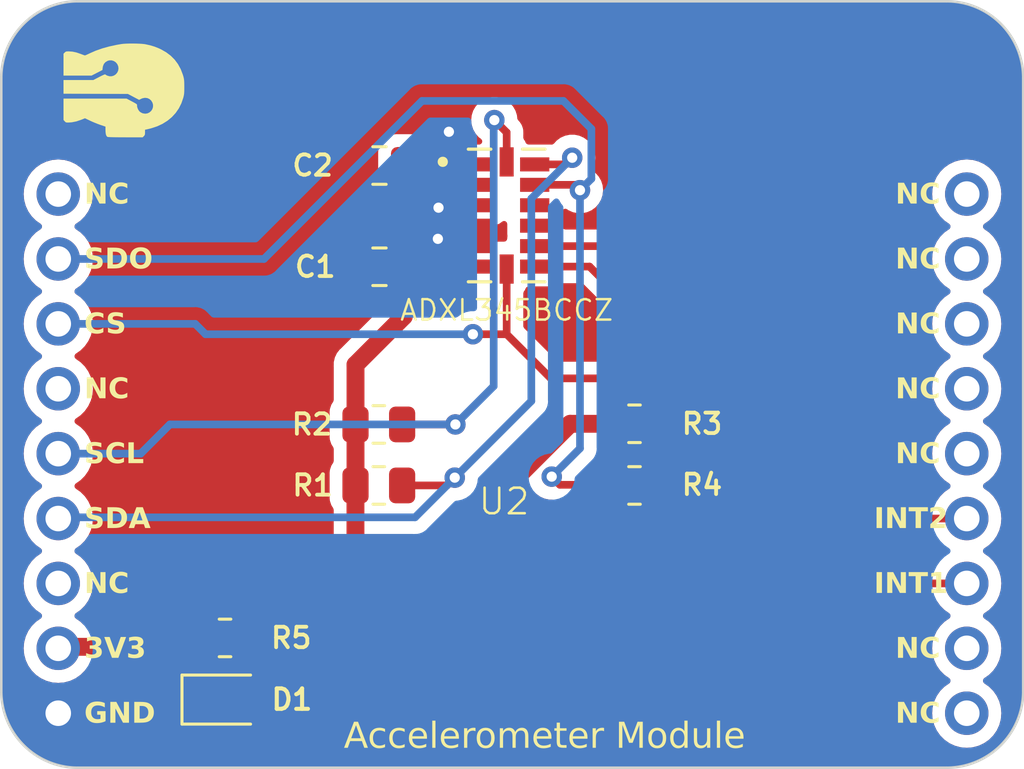
<source format=kicad_pcb>
(kicad_pcb (version 20221018) (generator pcbnew)
  (layers (0 "F.Cu" signal) (31 "B.Cu" signal) (34 "B.Paste" user) (35 "F.Paste" user) (36 "B.SilkS" user "B.Silkscreen") (37 "F.SilkS" user "F.Silkscreen") (38 "B.Mask" user) (39 "F.Mask" user) (44 "Edge.Cuts" user))
  (net 0 "")
  (net 1 "+3V3")
  (net 2 "GND")
  (net 3 "SDA")
  (net 4 "SCL")
  (net 6 "CS")
  (net 7 "INT1")
  (net 8 "INT2")
  (net 11 "SD0")
  (net 12 "Net-(D1-A)")
  (footprint "LED_SMD:LED_0805_2012Metric" (layer "F.Cu") (at 101.6 119.4816)
    (fp_text reference "D1" (at 2.6162 0) (layer "F.SilkS") (effects (font (size 0.8 0.8) (thickness 0.16) bold)))
    (fp_text value "LED" hide)
    (fp_line (start -1.685 -0.96) (end -1.685 0.96) (stroke (width 0.12)) (layer "F.SilkS"))
    (fp_line (start -1.685 0.96) (end 1 0.96) (stroke (width 0.12)) (layer "F.SilkS"))
    (fp_line (start 1 -0.96) (end -1.685 -0.96) (stroke (width 0.12)) (layer "F.SilkS"))
    (pad "1" smd roundrect (at -0.9375 0) (size 0.975 1.4) (layers "F.Cu" "F.Paste" "F.Mask") (net 2 "GND"))
    (pad "2" smd roundrect (at 0.9375 0) (size 0.975 1.4) (layers "F.Cu" "F.Paste" "F.Mask") (net 12 "Net-(D1-A)"))
  )
  (footprint "adxl345:IC_ADXL345BCCZ" (layer "F.Cu") (at 112.6236 100.5332)
    (fp_text reference "U1" hide)
    (fp_text value "ADXL345BCCZ" (at 0 3.7084) (layer "F.SilkS") (effects (font (size 0.8 0.8) (thickness 0.096) bold)))
    (fp_line (start -1.5 -2.595) (end -0.62 -2.595) (stroke (width 0.127)) (layer "F.SilkS"))
    (fp_line (start -1.5 2.595) (end -0.62 2.595) (stroke (width 0.127)) (layer "F.SilkS"))
    (fp_line (start 0.62 -2.595) (end 1.5 -2.595) (stroke (width 0.127)) (layer "F.SilkS"))
    (fp_line (start 0.62 2.595) (end 1.5 2.595) (stroke (width 0.127)) (layer "F.SilkS"))
    (fp_circle (center -2.5 -2.1) (end -2.4 -2.1) (stroke (width 0.2)) (fill none) (layer "F.SilkS"))
    (pad "1" smd rect (at -1.0975 -2) (size 1.145 0.55) (layers "F.Cu" "F.Paste" "F.Mask") (net 1 "+3V3"))
    (pad "2" smd rect (at -1.0975 -1.2) (size 1.145 0.55) (layers "F.Cu" "F.Paste" "F.Mask") (net 2 "GND"))
    (pad "3" smd rect (at -1.0975 -0.4) (size 1.145 0.55) (layers "F.Cu" "F.Paste" "F.Mask"))
    (pad "4" smd rect (at -1.0975 0.4) (size 1.145 0.55) (layers "F.Cu" "F.Paste" "F.Mask") (net 2 "GND"))
    (pad "5" smd rect (at -1.0975 1.2) (size 1.145 0.55) (layers "F.Cu" "F.Paste" "F.Mask") (net 2 "GND"))
    (pad "6" smd rect (at -1.0975 2) (size 1.145 0.55) (layers "F.Cu" "F.Paste" "F.Mask") (net 1 "+3V3"))
    (pad "7" smd rect (at 0 2.0975) (size 0.55 1.145) (layers "F.Cu" "F.Paste" "F.Mask") (net 6 "CS"))
    (pad "8" smd rect (at 1.0975 2) (size 1.145 0.55) (layers "F.Cu" "F.Paste" "F.Mask") (net 7 "INT1"))
    (pad "9" smd rect (at 1.0975 1.2) (size 1.145 0.55) (layers "F.Cu" "F.Paste" "F.Mask") (net 8 "INT2"))
    (pad "10" smd rect (at 1.0975 0.4) (size 1.145 0.55) (layers "F.Cu" "F.Paste" "F.Mask"))
    (pad "11" smd rect (at 1.0975 -0.4) (size 1.145 0.55) (layers "F.Cu" "F.Paste" "F.Mask"))
    (pad "12" smd rect (at 1.0975 -1.2) (size 1.145 0.55) (layers "F.Cu" "F.Paste" "F.Mask") (net 11 "SD0"))
    (pad "13" smd rect (at 1.0975 -2) (size 1.145 0.55) (layers "F.Cu" "F.Paste" "F.Mask") (net 3 "SDA"))
    (pad "14" smd rect (at 0 -2.0975) (size 0.55 1.145) (layers "F.Cu" "F.Paste" "F.Mask") (net 4 "SCL"))
  )
  (footprint "Resistor_SMD:R_0805_2012Metric" (layer "F.Cu") (at 107.6198 111.0996)
    (fp_text reference "R1" (at -2.5908 0) (layer "F.SilkS") (effects (font (size 0.8 0.8))))
    (fp_text value "4.7k" hide)
    (fp_line (start -0.227064 -0.735) (end 0.227064 -0.735) (stroke (width 0.12)) (layer "F.SilkS"))
    (fp_line (start -0.227064 0.735) (end 0.227064 0.735) (stroke (width 0.12)) (layer "F.SilkS"))
    (pad "1" smd roundrect (at -0.9125 0) (size 1.025 1.4) (layers "F.Cu" "F.Paste" "F.Mask") (roundrect_rratio 0.243902) (net 1 "+3V3"))
    (pad "2" smd roundrect (at 0.9125 0) (size 1.025 1.4) (layers "F.Cu" "F.Paste" "F.Mask") (roundrect_rratio 0.243902) (net 3 "SDA"))
  )
  (footprint "air_module:air_module" (layer "F.Cu") (at 112.522 112.2286)
    (fp_text reference "U2" (at 0 -0.5 unlocked) (layer "F.SilkS") (effects (font (thickness 0.1))))
    (fp_text value "~")
    (fp_text user "SDA" (at -16.4338 0.6744 unlocked) (layer "F.SilkS") (effects (font (size 0.8 0.8) (thickness 0.2) bold) (justify left bottom)))
    (fp_text user "Accelerometer Module" (at -6.2738 9.3104 unlocked) (layer "F.SilkS") (effects (font (thickness 0.1)) (justify left bottom)))
    (fp_text user "NC" (at 15.3162 -9.4856 unlocked) (layer "F.SilkS") (effects (font (size 0.8 0.8) (thickness 0.2) bold) (justify left bottom)))
    (fp_text user "NC" (at 15.3162 -4.4056 unlocked) (layer "F.SilkS") (effects (font (size 0.8 0.8) (thickness 0.2) bold) (justify left bottom)))
    (fp_text user "SDO" (at -16.4338 -9.4856 unlocked) (layer "F.SilkS") (effects (font (size 0.8 0.8) (thickness 0.2) bold) (justify left bottom)))
    (fp_text user "GND" (at -16.4338 8.2944 unlocked) (layer "F.SilkS") (effects (font (size 0.8 0.8) (thickness 0.2) bold) (justify left bottom)))
    (fp_text user "INT1" (at 14.478 3.2144 unlocked) (layer "F.SilkS") (effects (font (size 0.8 0.8) (thickness 0.2) bold) (justify left bottom)))
    (fp_text user "SCL" (at -16.4338 -1.8656 unlocked) (layer "F.SilkS") (effects (font (size 0.8 0.8) (thickness 0.2) bold) (justify left bottom)))
    (fp_text user "NC" (at 15.3162 -12.0256 unlocked) (layer "F.SilkS") (effects (font (size 0.8 0.8) (thickness 0.2) bold) (justify left bottom)))
    (fp_text user "NC" (at 15.3162 -1.8656 unlocked) (layer "F.SilkS") (effects (font (size 0.8 0.8) (thickness 0.2) bold) (justify left bottom)))
    (fp_text user "NC" (at 15.3162 5.7544 unlocked) (layer "F.SilkS") (effects (font (size 0.8 0.8) (thickness 0.2) bold) (justify left bottom)))
    (fp_text user "NC" (at -16.4338 -12.0256 unlocked) (layer "F.SilkS") (effects (font (size 0.8 0.8) (thickness 0.2) bold) (justify left bottom)))
    (fp_text user "NC" (at -16.4338 -4.4056 unlocked) (layer "F.SilkS") (effects (font (size 0.8 0.8) (thickness 0.2) bold) (justify left bottom)))
    (fp_text user "3V3" (at -16.4338 5.7544 unlocked) (layer "F.SilkS") (effects (font (size 0.8 0.8) (thickness 0.2) bold) (justify left bottom)))
    (fp_text user "NC" (at 15.3162 8.2944 unlocked) (layer "F.SilkS") (effects (font (size 0.8 0.8) (thickness 0.2) bold) (justify left bottom)))
    (fp_text user "NC" (at -16.4338 3.2144 unlocked) (layer "F.SilkS") (effects (font (size 0.8 0.8) (thickness 0.2) bold) (justify left bottom)))
    (fp_text user "INT2" (at 14.478 0.6744 unlocked) (layer "F.SilkS") (effects (font (size 0.8 0.8) (thickness 0.2) bold) (justify left bottom)))
    (fp_text user "CS" (at -16.4338 -6.9456 unlocked) (layer "F.SilkS") (effects (font (size 0.8 0.8) (thickness 0.2) bold) (justify left bottom)))
    (fp_text user "NC" (at 15.3162 -6.9456 unlocked) (layer "F.SilkS") (effects (font (size 0.8 0.8) (thickness 0.2) bold) (justify left bottom)))
    (fp_poly (pts (xy -14.409382 -18.424609) (xy -14.284373 -18.420345) (xy -14.172436 -18.41358) (xy -14.080802 -18.404375) (xy -14.041724 -18.398303) (xy -13.853269 -18.357149) (xy -13.683331 -18.306133) (xy -13.519369 -18.241174) (xy -13.429404 -18.199111) (xy -13.225809 -18.083691) (xy -13.047121 -17.948997) (xy -12.892918 -17.794515) (xy -12.762778 -17.619731) (xy -12.65628 -17.424131) (xy -12.573 -17.2072) (xy -12.549521 -17.127104) (xy -12.536759 -17.07492) (xy -12.527646 -17.022564) (xy -12.521606 -16.963179) (xy -12.518064 -16.889906) (xy -12.516445 -16.795888) (xy -12.51616 -16.729254) (xy -12.516471 -16.624139) (xy -12.518179 -16.54326) (xy -12.521973 -16.479269) (xy -12.528539 -16.424819) (xy -12.538566 -16.372562) (xy -12.552742 -16.315149) (xy -12.556087 -16.30258) (xy -12.629514 -16.087143) (xy -12.729163 -15.888572) (xy -12.853947 -15.707853) (xy -13.002778 -15.54597) (xy -13.174568 -15.403908) (xy -13.368231 -15.282653) (xy -13.582678 -15.183189) (xy -13.816822 -15.106501) (xy -13.899335 -15.086106) (xy -14.053347 -15.050981) (xy -14.053347 -14.949039) (xy -14.054887 -14.890965) (xy -14.061819 -14.853309) (xy -14.077607 -14.824956) (xy -14.09952 -14.800924) (xy -14.145693 -14.754751) (xy -14.822188 -14.755232) (xy -15.017354 -14.755779) (xy -15.180988 -14.757122) (xy -15.313136 -14.759262) (xy -15.413847 -14.762201) (xy -15.483171 -14.765939) (xy -15.521154 -14.770477) (xy -15.527806 -14.772641) (xy -15.563505 -14.810321) (xy -15.587341 -14.875416) (xy -15.599544 -14.968744) (xy -15.601382 -15.034623) (xy -15.601407 -15.173346) (xy -15.801123 -15.240942) (xy -15.897413 -15.275849) (xy -16.007494 -15.319396) (xy -16.117074 -15.365754) (xy -16.20292 -15.404809) (xy -16.405002 -15.50108) (xy -16.548858 -15.442837) (xy -16.738064 -15.37858) (xy -16.919457 -15.342673) (xy -17.036014 -15.334083) (xy -17.096368 -15.333393) (xy -17.134749 -15.336828) (xy -17.160749 -15.347281) (xy -17.183963 -15.367645) (xy -17.197923 -15.382892) (xy -17.244143 -15.434479) (xy -17.244143 -15.852824) (xy -17.244143 -16.271169) (xy -16.010726 -16.271169) (xy -14.77731 -16.271169) (xy -14.567601 -16.160489) (xy -14.48664 -16.117331) (xy -14.429866 -16.085528) (xy -14.393293 -16.062146) (xy -14.372934 -16.044251) (xy -14.364803 -16.028908) (xy -14.364911 -16.013181) (xy -14.365213 -16.01152) (xy -14.36356 -15.958395) (xy -14.345036 -15.893567) (xy -14.3142 -15.828542) (xy -14.27561 -15.774828) (xy -14.268562 -15.767605) (xy -14.220027 -15.731434) (xy -14.160444 -15.701004) (xy -14.138599 -15.693187) (xy -14.044845 -15.679294) (xy -13.957182 -15.692779) (xy -13.879309 -15.729553) (xy -13.814926 -15.785526) (xy -13.767732 -15.856611) (xy -13.741427 -15.938718) (xy -13.739711 -16.027758) (xy -13.761874 -16.109552) (xy -13.812507 -16.193911) (xy -13.88157 -16.255114) (xy -13.964389 -16.291555) (xy -14.056294 -16.301627) (xy -14.152611 -16.283725) (xy -14.204852 -16.261841) (xy -14.28573 -16.220921) (xy -14.505204 -16.336872) (xy -14.724678 -16.452824) (xy -15.98441 -16.457138) (xy -17.244143 -16.461453) (xy -17.244143 -16.72962) (xy -17.244143 -16.997786) (xy -16.659908 -16.997786) (xy -16.075673 -16.997786) (xy -15.84744 -17.11641) (xy -15.749428 -17.165928) (xy -15.676635 -17.199529) (xy -15.629594 -17.216985) (xy -15.608844 -17.218071) (xy -15.608333 -17.217439) (xy -15.588169 -17.200581) (xy -15.550213 -17.178859) (xy -15.532275 -17.170245) (xy -15.441144 -17.144115) (xy -15.35248 -17.145987) (xy -15.27045 -17.172316) (xy -15.19922 -17.219556) (xy -15.142957 -17.284165) (xy -15.105828 -17.362595) (xy -15.092 -17.451304) (xy -15.102599 -17.535769) (xy -15.139889 -17.622434) (xy -15.199 -17.691754) (xy -15.274232 -17.740831) (xy -15.359887 -17.766768) (xy -15.450265 -17.766666) (xy -15.518719 -17.747343) (xy -15.603564 -17.697205) (xy -15.664 -17.627479) (xy -15.700644 -17.537286) (xy -15.711338 -17.4743) (xy -15.719827 -17.390055) (xy -15.932045 -17.280799) (xy -16.144263 -17.171542) (xy -16.694203 -17.171542) (xy -17.244143 -17.171542) (xy -17.244143 -17.59925) (xy -17.244143 -18.026958) (xy -17.19797 -18.073131) (xy -17.171241 -18.097234) (xy -17.144844 -18.11106) (xy -17.108952 -18.117397) (xy -17.053736 -18.119029) (xy -17.036061 -18.119029) (xy -16.888934 -18.108389) (xy -16.737628 -18.076092) (xy -16.574707 -18.02053) (xy -16.567054 -18.017486) (xy -16.503947 -17.993107) (xy -16.450536 -17.974072) (xy -16.414495 -17.963039) (xy -16.404952 -17.961343) (xy -16.383132 -17.968004) (xy -16.339239 -17.986194) (xy -16.27941 -18.013224) (xy -16.209783 -18.046407) (xy -16.201562 -18.050428) (xy -15.977798 -18.148206) (xy -15.72745 -18.235531) (xy -15.454095 -18.311363) (xy -15.161304 -18.374665) (xy -14.977414 -18.406257) (xy -14.895512 -18.415422) (xy -14.790527 -18.421778) (xy -14.66969 -18.425387) (xy -14.540231 -18.42631)) (fill solid) (layer "F.SilkS"))
    (fp_line (start -19.68 -17.08) (end -19.68 6.92) (stroke (width 0.1)) (layer "Edge.Cuts"))
    (fp_line (start -16.68 9.92) (end 17.32 9.92) (stroke (width 0.1)) (layer "Edge.Cuts"))
    (fp_line (start 17.32 -20.08) (end -16.68 -20.08) (stroke (width 0.1)) (layer "Edge.Cuts"))
    (fp_line (start 20.32 6.92) (end 20.32 -17.08) (stroke (width 0.1)) (layer "Edge.Cuts"))
    (fp_arc (start -19.68 -17.08) (mid -18.80132 -19.20132) (end -16.68 -20.08) (stroke (width 0.1)) (layer "Edge.Cuts"))
    (fp_arc (start -16.68 9.92) (mid -18.80132 9.04132) (end -19.68 6.92) (stroke (width 0.1)) (layer "Edge.Cuts"))
    (fp_arc (start 17.32 -20.08) (mid 19.44132 -19.20132) (end 20.32 -17.08) (stroke (width 0.1)) (layer "Edge.Cuts"))
    (fp_arc (start 20.32 6.92) (mid 19.44132 9.04132) (end 17.32 9.92) (stroke (width 0.1)) (layer "Edge.Cuts"))
    (pad "1" thru_hole oval (at -17.4498 -12.5336) (size 1.7 1.7) (drill 1) (layers "*.Cu" "*.Mask"))
    (pad "2" thru_hole oval (at -17.4498 -9.9936) (size 1.7 1.7) (drill 1) (layers "*.Cu" "*.Mask") (net 11 "SD0"))
    (pad "3" thru_hole oval (at -17.4498 -7.4536) (size 1.7 1.7) (drill 1) (layers "*.Cu" "*.Mask") (net 6 "CS"))
    (pad "4" thru_hole oval (at -17.4498 -4.9136) (size 1.7 1.7) (drill 1) (layers "*.Cu" "*.Mask"))
    (pad "5" thru_hole oval (at -17.4498 -2.3736) (size 1.7 1.7) (drill 1) (layers "*.Cu" "*.Mask") (net 4 "SCL"))
    (pad "6" thru_hole oval (at -17.4498 0.1664) (size 1.7 1.7) (drill 1) (layers "*.Cu" "*.Mask") (net 3 "SDA"))
    (pad "7" thru_hole oval (at -17.4498 2.7064) (size 1.7 1.7) (drill 1) (layers "*.Cu" "*.Mask"))
    (pad "8" thru_hole oval (at -17.4498 5.2464) (size 1.7 1.7) (drill 1) (layers "*.Cu" "*.Mask") (net 1 "+3V3"))
    (pad "9" thru_hole oval (at -17.4498 7.7864) (size 1.7 1.7) (drill 1) (layers "*.Cu" "*.Mask") (net 2 "GND"))
    (pad "10" thru_hole oval (at 18.1102 7.7864) (size 1.7 1.7) (drill 1) (layers "*.Cu" "*.Mask"))
    (pad "11" thru_hole oval (at 18.1102 5.2464) (size 1.7 1.7) (drill 1) (layers "*.Cu" "*.Mask"))
    (pad "12" thru_hole oval (at 18.1102 2.7064) (size 1.7 1.7) (drill 1) (layers "*.Cu" "*.Mask") (net 7 "INT1"))
    (pad "13" thru_hole oval (at 18.1102 0.1664) (size 1.7 1.7) (drill 1) (layers "*.Cu" "*.Mask") (net 8 "INT2"))
    (pad "14" thru_hole oval (at 18.1102 -2.3736) (size 1.7 1.7) (drill 1) (layers "*.Cu" "*.Mask"))
    (pad "15" thru_hole oval (at 18.1102 -4.9136) (size 1.7 1.7) (drill 1) (layers "*.Cu" "*.Mask"))
    (pad "16" thru_hole oval (at 18.1102 -7.4536) (size 1.7 1.7) (drill 1) (layers "*.Cu" "*.Mask"))
    (pad "17" thru_hole oval (at 18.1102 -9.9936) (size 1.7 1.7) (drill 1) (layers "*.Cu" "*.Mask"))
    (pad "18" thru_hole oval (at 18.1102 -12.5336) (size 1.7 1.7) (drill 1) (layers "*.Cu" "*.Mask"))
  )
  (footprint "Capacitor_SMD:C_0805_2012Metric" (layer "F.Cu") (at 107.6452 102.5398 180)
    (fp_text reference "C1" (at 2.5146 0 180) (layer "F.SilkS") (effects (font (size 0.8 0.8))))
    (fp_text value "0.1uF" hide)
    (fp_line (start -0.261252 -0.735) (end 0.261252 -0.735) (stroke (width 0.12)) (layer "F.SilkS"))
    (fp_line (start -0.261252 0.735) (end 0.261252 0.735) (stroke (width 0.12)) (layer "F.SilkS"))
    (pad "1" smd roundrect (at -0.95 0 180) (size 1 1.45) (layers "F.Cu" "F.Paste" "F.Mask") (net 1 "+3V3"))
    (pad "2" smd roundrect (at 0.95 0 180) (size 1 1.45) (layers "F.Cu" "F.Paste" "F.Mask") (net 2 "GND"))
  )
  (footprint "Resistor_SMD:R_0805_2012Metric" (layer "F.Cu") (at 101.6 117.0686)
    (fp_text reference "R5" (at 2.5908 0) (layer "F.SilkS") (effects (font (size 0.8 0.8))))
    (fp_text value "470r" hide)
    (fp_line (start -0.227064 -0.735) (end 0.227064 -0.735) (stroke (width 0.12)) (layer "F.SilkS"))
    (fp_line (start -0.227064 0.735) (end 0.227064 0.735) (stroke (width 0.12)) (layer "F.SilkS"))
    (pad "1" smd roundrect (at -0.9125 0) (size 1.025 1.4) (layers "F.Cu" "F.Paste" "F.Mask") (roundrect_rratio 0.243902) (net 1 "+3V3"))
    (pad "2" smd roundrect (at 0.9125 0) (size 1.025 1.4) (layers "F.Cu" "F.Paste" "F.Mask") (roundrect_rratio 0.243902) (net 12 "Net-(D1-A)"))
  )
  (footprint "Capacitor_SMD:C_0805_2012Metric" (layer "F.Cu") (at 107.6452 98.5774 180)
    (fp_text reference "C2" (at 2.6162 0 180) (layer "F.SilkS") (effects (font (size 0.8 0.8))))
    (fp_text value "0.1uF" hide)
    (fp_line (start -0.261252 -0.735) (end 0.261252 -0.735) (stroke (width 0.12)) (layer "F.SilkS"))
    (fp_line (start -0.261252 0.735) (end 0.261252 0.735) (stroke (width 0.12)) (layer "F.SilkS"))
    (pad "1" smd roundrect (at -0.95 0 180) (size 1 1.45) (layers "F.Cu" "F.Paste" "F.Mask") (net 1 "+3V3"))
    (pad "2" smd roundrect (at 0.95 0 180) (size 1 1.45) (layers "F.Cu" "F.Paste" "F.Mask") (net 2 "GND"))
  )
  (footprint "Resistor_SMD:R_0805_2012Metric" (layer "F.Cu") (at 107.6198 108.712)
    (fp_text reference "R2" (at -2.6162 0) (layer "F.SilkS") (effects (font (size 0.8 0.8))))
    (fp_text value "4.7k" hide)
    (fp_line (start -0.227064 -0.735) (end 0.227064 -0.735) (stroke (width 0.12)) (layer "F.SilkS"))
    (fp_line (start -0.227064 0.735) (end 0.227064 0.735) (stroke (width 0.12)) (layer "F.SilkS"))
    (pad "1" smd roundrect (at -0.9125 0) (size 1.025 1.4) (layers "F.Cu" "F.Paste" "F.Mask") (roundrect_rratio 0.243902) (net 1 "+3V3"))
    (pad "2" smd roundrect (at 0.9125 0) (size 1.025 1.4) (layers "F.Cu" "F.Paste" "F.Mask") (roundrect_rratio 0.243902) (net 4 "SCL"))
  )
  (footprint "Resistor_SMD:R_0805_2012Metric" (layer "F.Cu") (at 117.6274 108.6866)
    (fp_text reference "R3" (at 2.6416 0) (layer "F.SilkS") (effects (font (size 0.8 0.8))))
    (fp_text value "4.7k" hide)
    (fp_line (start -0.227064 -0.735) (end 0.227064 -0.735) (stroke (width 0.12)) (layer "F.SilkS"))
    (fp_line (start -0.227064 0.735) (end 0.227064 0.735) (stroke (width 0.12)) (layer "F.SilkS"))
    (pad "1" smd roundrect (at -0.9125 0) (size 1.025 1.4) (layers "F.Cu" "F.Paste" "F.Mask") (roundrect_rratio 0.243902) (net 1 "+3V3"))
    (pad "2" smd roundrect (at 0.9125 0) (size 1.025 1.4) (layers "F.Cu" "F.Paste" "F.Mask") (roundrect_rratio 0.243902) (net 6 "CS"))
  )
  (footprint "Resistor_SMD:R_0805_2012Metric" (layer "F.Cu") (at 117.6274 111.0996)
    (fp_text reference "R4" (at 2.6416 -0.0254) (layer "F.SilkS") (effects (font (size 0.8 0.8))))
    (fp_text value "4.7k" hide)
    (fp_line (start -0.227064 -0.735) (end 0.227064 -0.735) (stroke (width 0.12)) (layer "F.SilkS"))
    (fp_line (start -0.227064 0.735) (end 0.227064 0.735) (stroke (width 0.12)) (layer "F.SilkS"))
    (pad "1" smd roundrect (at -0.9125 0) (size 1.025 1.4) (layers "F.Cu" "F.Paste" "F.Mask") (roundrect_rratio 0.243902) (net 11 "SD0"))
    (pad "2" smd roundrect (at 0.9125 0) (size 1.025 1.4) (layers "F.Cu" "F.Paste" "F.Mask") (roundrect_rratio 0.243902) (net 2 "GND"))
  )
  (segment (start 106.7073 106.3733) (end 108.5952 104.4854) (width 0.7) (layer "F.Cu") (net 1))
  (segment (start 100.6856 115.3668) (end 101.7524 114.3) (width 0.7) (layer "F.Cu") (net 1))
  (segment (start 106.1466 114.3) (end 109.4994 114.3) (width 0.7) (layer "F.Cu") (net 1))
  (segment (start 108.6394 98.5332) (end 108.5952 98.5774) (width 0.3) (layer "F.Cu") (net 1))
  (segment (start 106.7054 111.1015) (end 106.7073 111.0996) (width 0.7) (layer "F.Cu") (net 1))
  (segment (start 115.1128 108.6866) (end 116.7149 108.6866) (width 0.7) (layer "F.Cu") (net 1))
  (segment (start 106.7054 113.7412) (end 106.7054 111.1015) (width 0.7) (layer "F.Cu") (net 1))
  (segment (start 100.6875 117.0686) (end 100.6875 117.049729) (width 0.7) (layer "F.Cu") (net 1))
  (segment (start 100.340005 117.416095) (end 100.6875 117.0686) (width 0.7) (layer "F.Cu") (net 1))
  (segment (start 108.5952 102.5398) (end 108.5952 98.5774) (width 0.7) (layer "F.Cu") (net 1))
  (segment (start 109.4994 114.3) (end 115.1128 108.6866) (width 0.7) (layer "F.Cu") (net 1))
  (segment (start 106.4514 113.9952) (end 106.7054 113.7412) (width 0.7) (layer "F.Cu") (net 1))
  (segment (start 101.7524 114.3) (end 106.1466 114.3) (width 0.7) (layer "F.Cu") (net 1))
  (segment (start 106.7073 111.0996) (end 106.7073 108.712) (width 0.7) (layer "F.Cu") (net 1))
  (segment (start 108.6018 102.5332) (end 108.5952 102.5398) (width 0.3) (layer "F.Cu") (net 1))
  (segment (start 95.091802 117.416095) (end 100.340005 117.416095) (width 0.7) (layer "F.Cu") (net 1))
  (segment (start 106.1466 114.3) (end 106.4514 113.9952) (width 0.7) (layer "F.Cu") (net 1))
  (segment (start 106.7073 108.712) (end 106.7073 106.3733) (width 0.7) (layer "F.Cu") (net 1))
  (segment (start 100.6875 117.049729) (end 100.6856 117.047829) (width 0.7) (layer "F.Cu") (net 1))
  (segment (start 111.5261 98.5332) (end 108.6394 98.5332) (width 0.3) (layer "F.Cu") (net 1))
  (segment (start 100.6856 117.047829) (end 100.6856 115.3668) (width 0.7) (layer "F.Cu") (net 1))
  (segment (start 95.080377 117.42752) (end 95.091802 117.416095) (width 0.7) (layer "F.Cu") (net 1))
  (segment (start 111.5261 102.5332) (end 108.6018 102.5332) (width 0.3) (layer "F.Cu") (net 1))
  (segment (start 108.5952 104.4854) (end 108.5952 102.5398) (width 0.7) (layer "F.Cu") (net 1))
  (segment (start 109.9566 100.2284) (end 110.8518 99.3332) (width 0.3) (layer "F.Cu") (net 2))
  (segment (start 110.8518 99.3332) (end 111.5261 99.3332) (width 0.3) (layer "F.Cu") (net 2))
  (segment (start 111.5261 101.7332) (end 111.5261 100.9332) (width 0.3) (layer "F.Cu") (net 2))
  (segment (start 111.5261 100.9332) (end 110.6614 100.9332) (width 0.3) (layer "F.Cu") (net 2))
  (segment (start 110.6614 100.9332) (end 109.9566 100.2284) (width 0.3) (layer "F.Cu") (net 2))
  (via (at 109.9566 100.2284) (size 0.8) (drill 0.4) (layers "F.Cu" "B.Cu") (net 2))
  (via (at 110.363 97.2566) (size 0.8) (drill 0.4) (layers "F.Cu" "B.Cu") (net 2))
  (via (at 109.9312 101.4476) (size 0.8) (drill 0.4) (layers "F.Cu" "B.Cu") (net 2))
  (segment (start 110.2868 111.0996) (end 108.5323 111.0996) (width 0.3) (layer "F.Cu") (net 3))
  (segment (start 113.7211 98.5332) (end 114.9284 98.5332) (width 0.3) (layer "F.Cu") (net 3))
  (segment (start 114.9284 98.5332) (end 115.189 98.2726) (width 0.3) (layer "F.Cu") (net 3))
  (segment (start 110.5916 110.7948) (end 110.2868 111.0996) (width 0.3) (layer "F.Cu") (net 3))
  (via (at 115.189 98.2726) (size 0.8) (drill 0.4) (layers "F.Cu" "B.Cu") (net 3))
  (via (at 110.5916 110.7948) (size 0.8) (drill 0.4) (layers "F.Cu" "B.Cu") (net 3))
  (segment (start 113.5888 107.7976) (end 110.5916 110.7948) (width 0.3) (layer "B.Cu") (net 3))
  (segment (start 113.5888 99.8728) (end 113.5888 107.7976) (width 0.3) (layer "B.Cu") (net 3))
  (segment (start 115.189 98.2726) (end 113.5888 99.8728) (width 0.3) (layer "B.Cu") (net 3))
  (segment (start 109.03888 112.34752) (end 95.080377 112.34752) (width 0.3) (layer "B.Cu") (net 3))
  (segment (start 110.5916 110.7948) (end 109.03888 112.34752) (width 0.3) (layer "B.Cu") (net 3))
  (segment (start 112.141 96.7994) (end 112.6236 97.282) (width 0.3) (layer "F.Cu") (net 4))
  (segment (start 112.6236 97.282) (end 112.6236 98.4357) (width 0.3) (layer "F.Cu") (net 4))
  (segment (start 110.617 108.712) (end 108.5323 108.712) (width 0.3) (layer "F.Cu") (net 4))
  (via (at 112.141 96.7994) (size 0.8) (drill 0.4) (layers "F.Cu" "B.Cu") (net 4))
  (via (at 110.617 108.712) (size 0.8) (drill 0.4) (layers "F.Cu" "B.Cu") (net 4))
  (segment (start 112.1156 96.8248) (end 112.1156 107.2134) (width 0.3) (layer "B.Cu") (net 4))
  (segment (start 110.617 108.712) (end 99.441 108.712) (width 0.3) (layer "B.Cu") (net 4))
  (segment (start 99.441 108.712) (end 98.298 109.855) (width 0.3) (layer "B.Cu") (net 4))
  (segment (start 112.1156 107.2134) (end 110.617 108.712) (width 0.3) (layer "B.Cu") (net 4))
  (segment (start 98.298 109.855) (end 95.127857 109.855) (width 0.3) (layer "B.Cu") (net 4))
  (segment (start 112.141 96.7994) (end 112.1156 96.8248) (width 0.3) (layer "B.Cu") (net 4))
  (segment (start 95.127857 109.855) (end 95.080377 109.80752) (width 0.3) (layer "B.Cu") (net 4))
  (segment (start 114.3508 106.9086) (end 112.6236 105.1814) (width 0.3) (layer "F.Cu") (net 6))
  (segment (start 117.856 106.9086) (end 114.3508 106.9086) (width 0.3) (layer "F.Cu") (net 6))
  (segment (start 118.5399 107.5925) (end 117.856 106.9086) (width 0.3) (layer "F.Cu") (net 6))
  (segment (start 118.5399 108.6866) (end 118.5399 107.5925) (width 0.3) (layer "F.Cu") (net 6))
  (segment (start 112.6236 105.1814) (end 112.6236 102.6307) (width 0.3) (layer "F.Cu") (net 6))
  (segment (start 112.6236 105.1814) (end 111.3028 105.1814) (width 0.3) (layer "F.Cu") (net 6))
  (via (at 111.3028 105.1814) (size 0.8) (drill 0.4) (layers "F.Cu" "B.Cu") (net 6))
  (segment (start 100.838 105.1814) (end 100.4316 104.775) (width 0.3) (layer "B.Cu") (net 6))
  (segment (start 95.127857 104.775) (end 95.080377 104.72752) (width 0.3) (layer "B.Cu") (net 6))
  (segment (start 111.3028 105.1814) (end 100.838 105.1814) (width 0.3) (layer "B.Cu") (net 6))
  (segment (start 100.4316 104.775) (end 95.127857 104.775) (width 0.3) (layer "B.Cu") (net 6))
  (segment (start 128.27 114.935) (end 130.6322 114.935) (width 0.3) (layer "F.Cu") (net 7))
  (segment (start 115.8682 102.5332) (end 128.27 114.935) (width 0.3) (layer "F.Cu") (net 7))
  (segment (start 113.7211 102.5332) (end 115.8682 102.5332) (width 0.3) (layer "F.Cu") (net 7))
  (segment (start 116.7192 101.7332) (end 127.381 112.395) (width 0.3) (layer "F.Cu") (net 8))
  (segment (start 130.685 112.392143) (end 130.640377 112.34752) (width 0.3) (layer "F.Cu") (net 8))
  (segment (start 130.682143 112.395) (end 130.685 112.392143) (width 0.3) (layer "F.Cu") (net 8))
  (segment (start 113.7211 101.7332) (end 116.7192 101.7332) (width 0.3) (layer "F.Cu") (net 8))
  (segment (start 127.381 112.395) (end 130.682143 112.395) (width 0.3) (layer "F.Cu") (net 8))
  (segment (start 116.6895 111.0742) (end 116.7149 111.0996) (width 0.3) (layer "F.Cu") (net 11))
  (segment (start 115.2844 99.3332) (end 115.4938 99.5426) (width 0.3) (layer "F.Cu") (net 11))
  (segment (start 114.387198 110.754998) (end 114.7064 111.0742) (width 0.3) (layer "F.Cu") (net 11))
  (segment (start 113.7211 99.3332) (end 115.2844 99.3332) (width 0.3) (layer "F.Cu") (net 11))
  (segment (start 114.7064 111.0742) (end 116.6895 111.0742) (width 0.3) (layer "F.Cu") (net 11))
  (via (at 114.387198 110.754998) (size 0.8) (drill 0.4) (layers "F.Cu" "B.Cu") (net 11))
  (via (at 115.4938 99.5426) (size 0.8) (drill 0.4) (layers "F.Cu" "B.Cu") (net 11))
  (segment (start 115.939 97.143) (end 114.8454 96.0494) (width 0.3) (layer "B.Cu") (net 11))
  (segment (start 115.4938 109.648396) (end 114.387198 110.754998) (width 0.3) (layer "B.Cu") (net 11))
  (segment (start 115.4938 99.5426) (end 115.4938 109.648396) (width 0.3) (layer "B.Cu") (net 11))
  (segment (start 95.127857 102.235) (end 95.080377 102.18752) (width 0.3) (layer "B.Cu") (net 11))
  (segment (start 114.8454 96.0494) (end 109.3096 96.0494) (width 0.3) (layer "B.Cu") (net 11))
  (segment (start 109.3096 96.0494) (end 103.124 102.235) (width 0.3) (layer "B.Cu") (net 11))
  (segment (start 115.939 99.0974) (end 115.939 97.143) (width 0.3) (layer "B.Cu") (net 11))
  (segment (start 115.4938 99.5426) (end 115.939 99.0974) (width 0.3) (layer "B.Cu") (net 11))
  (segment (start 103.124 102.235) (end 95.127857 102.235) (width 0.3) (layer "B.Cu") (net 11))
  (segment (start 102.5125 119.4566) (end 102.5375 119.4816) (width 0.5) (layer "F.Cu") (net 12))
  (segment (start 102.5125 117.0686) (end 102.5125 119.4566) (width 0.5) (layer "F.Cu") (net 12))
  (zone (net 2) (net_name "GND") (layers "F&B.Cu") (priority 2) (connect_pads yes (clearance 0.5)) (min_thickness 0.25) (fill yes (thermal_gap 0.5) (thermal_bridge_width 0.5))
    (polygon (pts (xy 132.8166 92.1512) (xy 132.8166 122.0978) (xy 132.7658 122.1486) (xy 92.8116 122.1486) (xy 92.8116 92.1512) (xy 92.837 92.1512)))
  )
)
</source>
